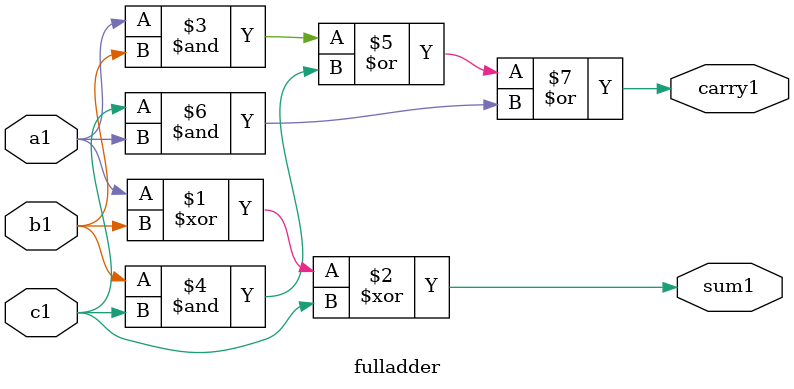
<source format=v>
`timescale 1ns / 1ps


module fulladder(output sum1,carry1,input a1,b1,c1);
assign sum1 = a1^b1^c1;
assign carry1 = a1&b1 | b1&c1 | c1&a1;
endmodule

</source>
